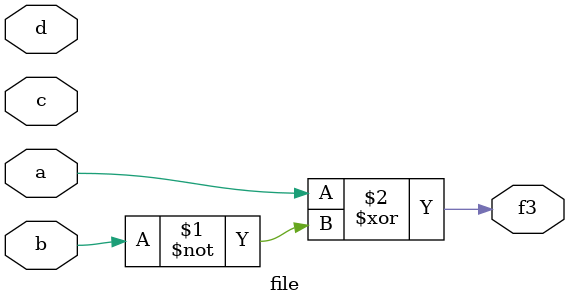
<source format=v>

module file ( 
    a, b, c, d,
    f3  );
  input  a, b, c, d;
  output f3;
  assign f3 = a ^ ~b;
endmodule



</source>
